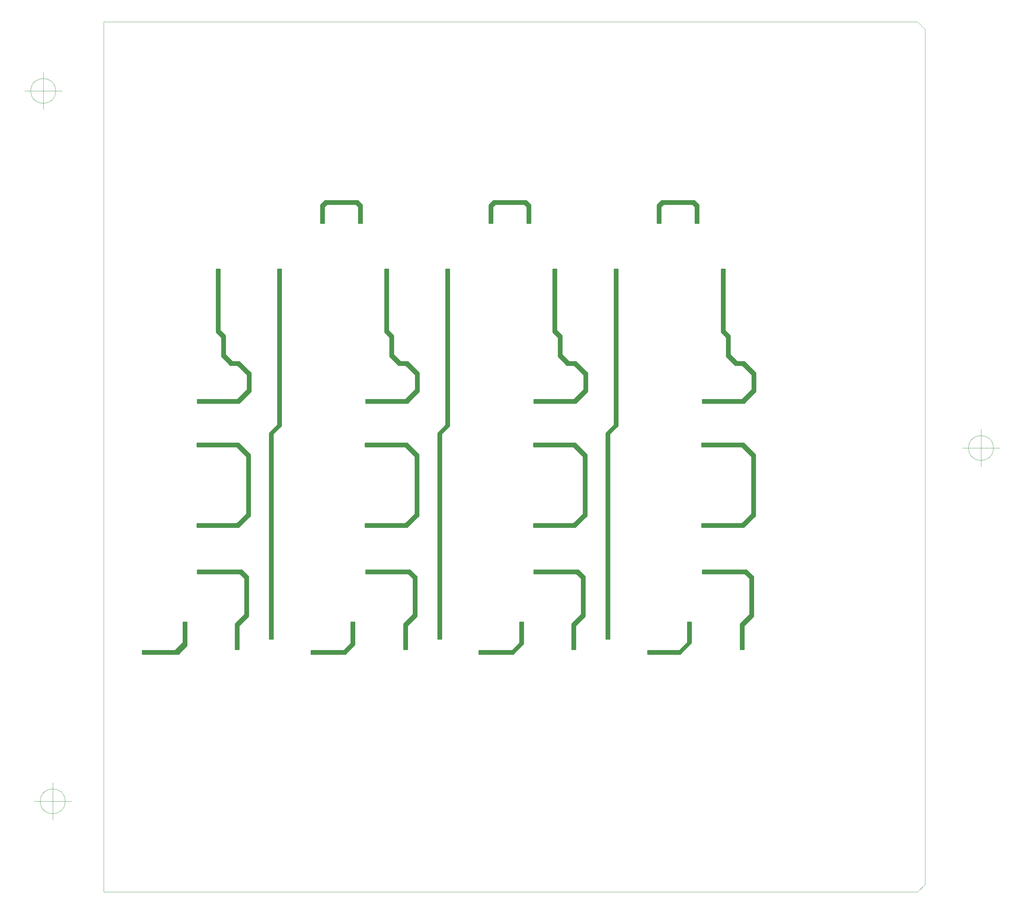
<source format=gbr>
G04 (created by PCBNEW (2013-07-07 BZR 4022)-stable) date 13/11/2015 09:02:40*
%MOIN*%
G04 Gerber Fmt 3.4, Leading zero omitted, Abs format*
%FSLAX34Y34*%
G01*
G70*
G90*
G04 APERTURE LIST*
%ADD10C,0.00590551*%
%ADD11C,0.00393701*%
%ADD12C,0.01*%
G04 APERTURE END LIST*
G54D10*
G54D11*
X48612Y-15500D02*
G75*
G03X48612Y-15500I-1312J0D01*
G74*
G01*
X45331Y-15500D02*
X49268Y-15500D01*
X47300Y-13531D02*
X47300Y-17468D01*
X49612Y-90500D02*
G75*
G03X49612Y-90500I-1312J0D01*
G74*
G01*
X46331Y-90500D02*
X50268Y-90500D01*
X48300Y-88531D02*
X48300Y-92468D01*
X147512Y-53200D02*
G75*
G03X147512Y-53200I-1312J0D01*
G74*
G01*
X144231Y-53200D02*
X148168Y-53200D01*
X146200Y-51231D02*
X146200Y-55168D01*
X140300Y-9000D02*
X140300Y-99300D01*
X139510Y-8210D02*
X140300Y-9000D01*
X53680Y-8210D02*
X139510Y-8210D01*
X53680Y-100080D02*
X53680Y-8210D01*
X139510Y-100080D02*
X53680Y-100080D01*
X140300Y-99290D02*
X139510Y-100080D01*
G54D10*
G36*
X68950Y-70979D02*
X67950Y-71979D01*
X67950Y-74450D01*
X67550Y-74450D01*
X67550Y-71770D01*
X68550Y-70770D01*
X68550Y-66979D01*
X68020Y-66450D01*
X63550Y-66450D01*
X63550Y-66050D01*
X68229Y-66050D01*
X68950Y-66770D01*
X68950Y-70979D01*
X68950Y-70979D01*
G37*
G54D12*
X68950Y-70979D02*
X67950Y-71979D01*
X67950Y-74450D01*
X67550Y-74450D01*
X67550Y-71770D01*
X68550Y-70770D01*
X68550Y-66979D01*
X68020Y-66450D01*
X63550Y-66450D01*
X63550Y-66050D01*
X68229Y-66050D01*
X68950Y-66770D01*
X68950Y-70979D01*
G54D10*
G36*
X62450Y-74079D02*
X61579Y-74950D01*
X57750Y-74950D01*
X57750Y-74550D01*
X61220Y-74550D01*
X62050Y-73720D01*
X62050Y-71550D01*
X62250Y-71550D01*
X62450Y-71550D01*
X62450Y-74079D01*
X62450Y-74079D01*
G37*
G54D12*
X62450Y-74079D02*
X61579Y-74950D01*
X57750Y-74950D01*
X57750Y-74550D01*
X61220Y-74550D01*
X62050Y-73720D01*
X62050Y-71550D01*
X62250Y-71550D01*
X62450Y-71550D01*
X62450Y-74079D01*
G54D10*
G36*
X69142Y-60361D02*
X67922Y-61581D01*
X63492Y-61581D01*
X63492Y-61181D01*
X67713Y-61181D01*
X68742Y-60152D01*
X68742Y-54111D01*
X67713Y-53081D01*
X63492Y-53081D01*
X63492Y-52681D01*
X67922Y-52681D01*
X69142Y-53902D01*
X69142Y-60361D01*
X69142Y-60361D01*
G37*
G54D12*
X69142Y-60361D02*
X67922Y-61581D01*
X63492Y-61581D01*
X63492Y-61181D01*
X67713Y-61181D01*
X68742Y-60152D01*
X68742Y-54111D01*
X67713Y-53081D01*
X63492Y-53081D01*
X63492Y-52681D01*
X67922Y-52681D01*
X69142Y-53902D01*
X69142Y-60361D01*
G54D10*
G36*
X72400Y-50829D02*
X72392Y-50836D01*
X72392Y-50861D01*
X71550Y-51704D01*
X71550Y-73350D01*
X71150Y-73350D01*
X71150Y-51700D01*
X71150Y-51620D01*
X72000Y-50770D01*
X72000Y-34300D01*
X72400Y-34300D01*
X72400Y-50829D01*
X72400Y-50829D01*
G37*
G54D12*
X72400Y-50829D02*
X72392Y-50836D01*
X72392Y-50861D01*
X71550Y-51704D01*
X71550Y-73350D01*
X71150Y-73350D01*
X71150Y-51700D01*
X71150Y-51620D01*
X72000Y-50770D01*
X72000Y-34300D01*
X72400Y-34300D01*
X72400Y-50829D01*
G54D10*
G36*
X69200Y-47229D02*
X67979Y-48450D01*
X63550Y-48450D01*
X63550Y-48050D01*
X67770Y-48050D01*
X68800Y-47020D01*
X68800Y-45479D01*
X67770Y-44450D01*
X67020Y-44450D01*
X66100Y-43529D01*
X66100Y-41529D01*
X65550Y-40979D01*
X65550Y-34300D01*
X65950Y-34300D01*
X65950Y-40770D01*
X66500Y-41320D01*
X66500Y-43320D01*
X67229Y-44050D01*
X67979Y-44050D01*
X69200Y-45270D01*
X69200Y-47229D01*
X69200Y-47229D01*
G37*
G54D12*
X69200Y-47229D02*
X67979Y-48450D01*
X63550Y-48450D01*
X63550Y-48050D01*
X67770Y-48050D01*
X68800Y-47020D01*
X68800Y-45479D01*
X67770Y-44450D01*
X67020Y-44450D01*
X66100Y-43529D01*
X66100Y-41529D01*
X65550Y-40979D01*
X65550Y-34300D01*
X65950Y-34300D01*
X65950Y-40770D01*
X66500Y-41320D01*
X66500Y-43320D01*
X67229Y-44050D01*
X67979Y-44050D01*
X69200Y-45270D01*
X69200Y-47229D01*
G54D10*
G36*
X122200Y-70979D02*
X121200Y-71979D01*
X121200Y-74450D01*
X120800Y-74450D01*
X120800Y-71770D01*
X121800Y-70770D01*
X121800Y-66979D01*
X121270Y-66450D01*
X116800Y-66450D01*
X116800Y-66050D01*
X121479Y-66050D01*
X122200Y-66770D01*
X122200Y-70979D01*
X122200Y-70979D01*
G37*
G54D12*
X122200Y-70979D02*
X121200Y-71979D01*
X121200Y-74450D01*
X120800Y-74450D01*
X120800Y-71770D01*
X121800Y-70770D01*
X121800Y-66979D01*
X121270Y-66450D01*
X116800Y-66450D01*
X116800Y-66050D01*
X121479Y-66050D01*
X122200Y-66770D01*
X122200Y-70979D01*
G54D10*
G36*
X115650Y-73779D02*
X114479Y-74950D01*
X111050Y-74950D01*
X111050Y-74750D01*
X111050Y-74550D01*
X114420Y-74550D01*
X115250Y-73720D01*
X115250Y-71550D01*
X115500Y-71550D01*
X115650Y-71550D01*
X115650Y-73779D01*
X115650Y-73779D01*
G37*
G54D12*
X115650Y-73779D02*
X114479Y-74950D01*
X111050Y-74950D01*
X111050Y-74750D01*
X111050Y-74550D01*
X114420Y-74550D01*
X115250Y-73720D01*
X115250Y-71550D01*
X115500Y-71550D01*
X115650Y-71550D01*
X115650Y-73779D01*
G54D10*
G36*
X122392Y-60361D02*
X121172Y-61581D01*
X116742Y-61581D01*
X116742Y-61181D01*
X120963Y-61181D01*
X121992Y-60152D01*
X121992Y-54111D01*
X120963Y-53081D01*
X116742Y-53081D01*
X116742Y-52681D01*
X121172Y-52681D01*
X122392Y-53902D01*
X122392Y-60361D01*
X122392Y-60361D01*
G37*
G54D12*
X122392Y-60361D02*
X121172Y-61581D01*
X116742Y-61581D01*
X116742Y-61181D01*
X120963Y-61181D01*
X121992Y-60152D01*
X121992Y-54111D01*
X120963Y-53081D01*
X116742Y-53081D01*
X116742Y-52681D01*
X121172Y-52681D01*
X122392Y-53902D01*
X122392Y-60361D01*
G54D10*
G36*
X122450Y-47229D02*
X121229Y-48450D01*
X116800Y-48450D01*
X116800Y-48050D01*
X121020Y-48050D01*
X122050Y-47020D01*
X122050Y-45479D01*
X121020Y-44450D01*
X120270Y-44450D01*
X119350Y-43529D01*
X119350Y-41529D01*
X118800Y-40979D01*
X118800Y-34300D01*
X119200Y-34300D01*
X119200Y-40770D01*
X119750Y-41320D01*
X119750Y-43320D01*
X120479Y-44050D01*
X121229Y-44050D01*
X122450Y-45270D01*
X122450Y-47229D01*
X122450Y-47229D01*
G37*
G54D12*
X122450Y-47229D02*
X121229Y-48450D01*
X116800Y-48450D01*
X116800Y-48050D01*
X121020Y-48050D01*
X122050Y-47020D01*
X122050Y-45479D01*
X121020Y-44450D01*
X120270Y-44450D01*
X119350Y-43529D01*
X119350Y-41529D01*
X118800Y-40979D01*
X118800Y-34300D01*
X119200Y-34300D01*
X119200Y-40770D01*
X119750Y-41320D01*
X119750Y-43320D01*
X120479Y-44050D01*
X121229Y-44050D01*
X122450Y-45270D01*
X122450Y-47229D01*
G54D10*
G36*
X104450Y-70979D02*
X103450Y-71979D01*
X103450Y-74450D01*
X103050Y-74450D01*
X103050Y-71770D01*
X104050Y-70770D01*
X104050Y-66979D01*
X103520Y-66450D01*
X99050Y-66450D01*
X99050Y-66050D01*
X103729Y-66050D01*
X104450Y-66770D01*
X104450Y-70979D01*
X104450Y-70979D01*
G37*
G54D12*
X104450Y-70979D02*
X103450Y-71979D01*
X103450Y-74450D01*
X103050Y-74450D01*
X103050Y-71770D01*
X104050Y-70770D01*
X104050Y-66979D01*
X103520Y-66450D01*
X99050Y-66450D01*
X99050Y-66050D01*
X103729Y-66050D01*
X104450Y-66770D01*
X104450Y-70979D01*
G54D10*
G36*
X97950Y-73879D02*
X96879Y-74950D01*
X93250Y-74950D01*
X93250Y-74550D01*
X96770Y-74550D01*
X97550Y-73770D01*
X97550Y-71550D01*
X97750Y-71550D01*
X97950Y-71550D01*
X97950Y-73879D01*
X97950Y-73879D01*
G37*
G54D12*
X97950Y-73879D02*
X96879Y-74950D01*
X93250Y-74950D01*
X93250Y-74550D01*
X96770Y-74550D01*
X97550Y-73770D01*
X97550Y-71550D01*
X97750Y-71550D01*
X97950Y-71550D01*
X97950Y-73879D01*
G54D10*
G36*
X104642Y-60361D02*
X103422Y-61581D01*
X98992Y-61581D01*
X98992Y-61181D01*
X103213Y-61181D01*
X104242Y-60152D01*
X104242Y-54111D01*
X103213Y-53081D01*
X98992Y-53081D01*
X98992Y-52681D01*
X103422Y-52681D01*
X104642Y-53902D01*
X104642Y-60361D01*
X104642Y-60361D01*
G37*
G54D12*
X104642Y-60361D02*
X103422Y-61581D01*
X98992Y-61581D01*
X98992Y-61181D01*
X103213Y-61181D01*
X104242Y-60152D01*
X104242Y-54111D01*
X103213Y-53081D01*
X98992Y-53081D01*
X98992Y-52681D01*
X103422Y-52681D01*
X104642Y-53902D01*
X104642Y-60361D01*
G54D10*
G36*
X107900Y-50829D02*
X107892Y-50836D01*
X107892Y-50861D01*
X107050Y-51704D01*
X107050Y-73350D01*
X106650Y-73350D01*
X106650Y-51700D01*
X106650Y-51620D01*
X107500Y-50770D01*
X107500Y-34300D01*
X107900Y-34300D01*
X107900Y-50829D01*
X107900Y-50829D01*
G37*
G54D12*
X107900Y-50829D02*
X107892Y-50836D01*
X107892Y-50861D01*
X107050Y-51704D01*
X107050Y-73350D01*
X106650Y-73350D01*
X106650Y-51700D01*
X106650Y-51620D01*
X107500Y-50770D01*
X107500Y-34300D01*
X107900Y-34300D01*
X107900Y-50829D01*
G54D10*
G36*
X104700Y-47229D02*
X103479Y-48450D01*
X99050Y-48450D01*
X99050Y-48050D01*
X103270Y-48050D01*
X104300Y-47020D01*
X104300Y-45479D01*
X103270Y-44450D01*
X102520Y-44450D01*
X101600Y-43529D01*
X101600Y-41529D01*
X101050Y-40979D01*
X101050Y-34300D01*
X101450Y-34300D01*
X101450Y-40770D01*
X102000Y-41320D01*
X102000Y-43320D01*
X102729Y-44050D01*
X103479Y-44050D01*
X104700Y-45270D01*
X104700Y-47229D01*
X104700Y-47229D01*
G37*
G54D12*
X104700Y-47229D02*
X103479Y-48450D01*
X99050Y-48450D01*
X99050Y-48050D01*
X103270Y-48050D01*
X104300Y-47020D01*
X104300Y-45479D01*
X103270Y-44450D01*
X102520Y-44450D01*
X101600Y-43529D01*
X101600Y-41529D01*
X101050Y-40979D01*
X101050Y-34300D01*
X101450Y-34300D01*
X101450Y-40770D01*
X102000Y-41320D01*
X102000Y-43320D01*
X102729Y-44050D01*
X103479Y-44050D01*
X104700Y-45270D01*
X104700Y-47229D01*
G54D10*
G36*
X86700Y-70979D02*
X85700Y-71979D01*
X85700Y-74450D01*
X85300Y-74450D01*
X85300Y-71770D01*
X86300Y-70770D01*
X86300Y-66979D01*
X85770Y-66450D01*
X81300Y-66450D01*
X81300Y-66050D01*
X85979Y-66050D01*
X86700Y-66770D01*
X86700Y-70979D01*
X86700Y-70979D01*
G37*
G54D12*
X86700Y-70979D02*
X85700Y-71979D01*
X85700Y-74450D01*
X85300Y-74450D01*
X85300Y-71770D01*
X86300Y-70770D01*
X86300Y-66979D01*
X85770Y-66450D01*
X81300Y-66450D01*
X81300Y-66050D01*
X85979Y-66050D01*
X86700Y-66770D01*
X86700Y-70979D01*
G54D10*
G36*
X80150Y-73979D02*
X79179Y-74950D01*
X75550Y-74950D01*
X75550Y-74750D01*
X75550Y-74550D01*
X79020Y-74550D01*
X79750Y-73820D01*
X79750Y-71550D01*
X80000Y-71550D01*
X80150Y-71550D01*
X80150Y-73979D01*
X80150Y-73979D01*
G37*
G54D12*
X80150Y-73979D02*
X79179Y-74950D01*
X75550Y-74950D01*
X75550Y-74750D01*
X75550Y-74550D01*
X79020Y-74550D01*
X79750Y-73820D01*
X79750Y-71550D01*
X80000Y-71550D01*
X80150Y-71550D01*
X80150Y-73979D01*
G54D10*
G36*
X86892Y-60361D02*
X85672Y-61581D01*
X81242Y-61581D01*
X81242Y-61181D01*
X85463Y-61181D01*
X86492Y-60152D01*
X86492Y-54111D01*
X85463Y-53081D01*
X81242Y-53081D01*
X81242Y-52681D01*
X85672Y-52681D01*
X86892Y-53902D01*
X86892Y-60361D01*
X86892Y-60361D01*
G37*
G54D12*
X86892Y-60361D02*
X85672Y-61581D01*
X81242Y-61581D01*
X81242Y-61181D01*
X85463Y-61181D01*
X86492Y-60152D01*
X86492Y-54111D01*
X85463Y-53081D01*
X81242Y-53081D01*
X81242Y-52681D01*
X85672Y-52681D01*
X86892Y-53902D01*
X86892Y-60361D01*
G54D10*
G36*
X90150Y-50829D02*
X90142Y-50836D01*
X90142Y-50861D01*
X89300Y-51704D01*
X89300Y-73350D01*
X88900Y-73350D01*
X88900Y-51700D01*
X88900Y-51620D01*
X89750Y-50770D01*
X89750Y-34300D01*
X90150Y-34300D01*
X90150Y-50829D01*
X90150Y-50829D01*
G37*
G54D12*
X90150Y-50829D02*
X90142Y-50836D01*
X90142Y-50861D01*
X89300Y-51704D01*
X89300Y-73350D01*
X88900Y-73350D01*
X88900Y-51700D01*
X88900Y-51620D01*
X89750Y-50770D01*
X89750Y-34300D01*
X90150Y-34300D01*
X90150Y-50829D01*
G54D10*
G36*
X86950Y-47229D02*
X85729Y-48450D01*
X81300Y-48450D01*
X81300Y-48050D01*
X85520Y-48050D01*
X86550Y-47020D01*
X86550Y-45479D01*
X85520Y-44450D01*
X84770Y-44450D01*
X83850Y-43529D01*
X83850Y-41529D01*
X83300Y-40979D01*
X83300Y-34300D01*
X83700Y-34300D01*
X83700Y-40770D01*
X84250Y-41320D01*
X84250Y-43320D01*
X84979Y-44050D01*
X85729Y-44050D01*
X86950Y-45270D01*
X86950Y-47229D01*
X86950Y-47229D01*
G37*
G54D12*
X86950Y-47229D02*
X85729Y-48450D01*
X81300Y-48450D01*
X81300Y-48050D01*
X85520Y-48050D01*
X86550Y-47020D01*
X86550Y-45479D01*
X85520Y-44450D01*
X84770Y-44450D01*
X83850Y-43529D01*
X83850Y-41529D01*
X83300Y-40979D01*
X83300Y-34300D01*
X83700Y-34300D01*
X83700Y-40770D01*
X84250Y-41320D01*
X84250Y-43320D01*
X84979Y-44050D01*
X85729Y-44050D01*
X86950Y-45270D01*
X86950Y-47229D01*
G54D10*
G36*
X80950Y-29450D02*
X80550Y-29450D01*
X80550Y-27729D01*
X80270Y-27450D01*
X77229Y-27450D01*
X76950Y-27729D01*
X76950Y-29450D01*
X76550Y-29450D01*
X76550Y-27520D01*
X77020Y-27050D01*
X80479Y-27050D01*
X80950Y-27520D01*
X80950Y-29450D01*
X80950Y-29450D01*
G37*
G54D12*
X80950Y-29450D02*
X80550Y-29450D01*
X80550Y-27729D01*
X80270Y-27450D01*
X77229Y-27450D01*
X76950Y-27729D01*
X76950Y-29450D01*
X76550Y-29450D01*
X76550Y-27520D01*
X77020Y-27050D01*
X80479Y-27050D01*
X80950Y-27520D01*
X80950Y-29450D01*
G54D10*
G36*
X98700Y-29450D02*
X98300Y-29450D01*
X98300Y-27729D01*
X98020Y-27450D01*
X94979Y-27450D01*
X94700Y-27729D01*
X94700Y-29450D01*
X94300Y-29450D01*
X94300Y-27520D01*
X94770Y-27050D01*
X98229Y-27050D01*
X98700Y-27520D01*
X98700Y-29450D01*
X98700Y-29450D01*
G37*
G54D12*
X98700Y-29450D02*
X98300Y-29450D01*
X98300Y-27729D01*
X98020Y-27450D01*
X94979Y-27450D01*
X94700Y-27729D01*
X94700Y-29450D01*
X94300Y-29450D01*
X94300Y-27520D01*
X94770Y-27050D01*
X98229Y-27050D01*
X98700Y-27520D01*
X98700Y-29450D01*
G54D10*
G36*
X116450Y-29450D02*
X116050Y-29450D01*
X116050Y-27729D01*
X115770Y-27450D01*
X112729Y-27450D01*
X112450Y-27729D01*
X112450Y-29450D01*
X112050Y-29450D01*
X112050Y-27520D01*
X112520Y-27050D01*
X115979Y-27050D01*
X116450Y-27520D01*
X116450Y-29450D01*
X116450Y-29450D01*
G37*
G54D12*
X116450Y-29450D02*
X116050Y-29450D01*
X116050Y-27729D01*
X115770Y-27450D01*
X112729Y-27450D01*
X112450Y-27729D01*
X112450Y-29450D01*
X112050Y-29450D01*
X112050Y-27520D01*
X112520Y-27050D01*
X115979Y-27050D01*
X116450Y-27520D01*
X116450Y-29450D01*
M02*

</source>
